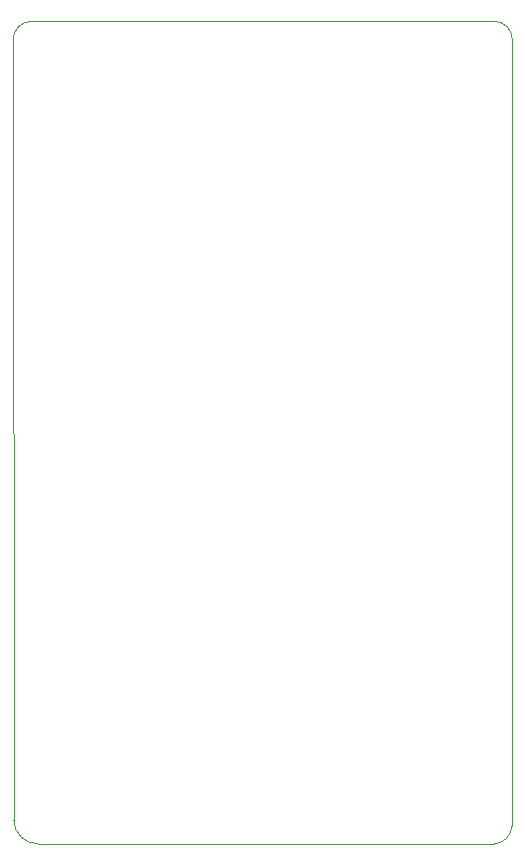
<source format=gbr>
%TF.GenerationSoftware,KiCad,Pcbnew,(6.0.10)*%
%TF.CreationDate,2023-02-27T19:56:58-05:00*%
%TF.ProjectId,ECG_2.0,4543475f-322e-4302-9e6b-696361645f70,rev?*%
%TF.SameCoordinates,Original*%
%TF.FileFunction,Profile,NP*%
%FSLAX46Y46*%
G04 Gerber Fmt 4.6, Leading zero omitted, Abs format (unit mm)*
G04 Created by KiCad (PCBNEW (6.0.10)) date 2023-02-27 19:56:58*
%MOMM*%
%LPD*%
G01*
G04 APERTURE LIST*
%TA.AperFunction,Profile*%
%ADD10C,0.100000*%
%TD*%
G04 APERTURE END LIST*
D10*
X213868000Y-136652000D02*
G75*
G03*
X215900000Y-138684000I2032000J0D01*
G01*
X254508000Y-138684000D02*
G75*
G03*
X256032000Y-137160000I0J1524000D01*
G01*
X256088239Y-70623311D02*
X256032000Y-137160000D01*
X256088239Y-70623311D02*
G75*
G03*
X254508000Y-69031721I-1580239J11311D01*
G01*
X215392000Y-69031721D02*
G75*
G03*
X213811721Y-70612000I0J-1580279D01*
G01*
X254508000Y-138684000D02*
X215900000Y-138684000D01*
X213868000Y-136652000D02*
X213811721Y-70612000D01*
X215392000Y-69031721D02*
X254508000Y-69031721D01*
M02*

</source>
